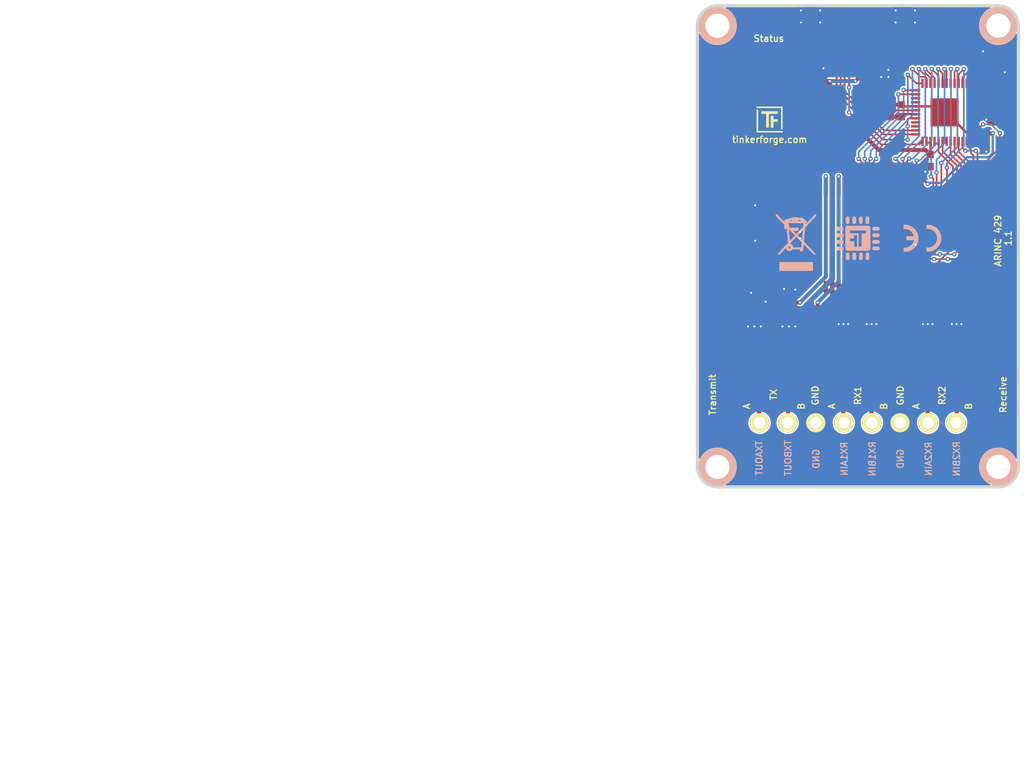
<source format=kicad_pcb>
(kicad_pcb (version 20221018) (generator pcbnew)
  (title_block (title "Arinc293 Bricklet") (date "2020-06-26") (rev "1.0") (company "Tinkerforge GmbH") (comment 1 "Licensed under CERN OHL v.1.1") (comment 2 "Copyright (©) 2020, T.Schneidermann <tim@tinkerforge.com>"))
  (layers (0 "F.Cu" signal) (31 "B.Cu" signal) (34 "B.Paste" user) (35 "F.Paste" user) (36 "B.SilkS" user "B.Silkscreen") (37 "F.SilkS" user "F.Silkscreen") (38 "B.Mask" user) (39 "F.Mask" user) (44 "Edge.Cuts" user))
  (net 0 "")
  (net 1 "GND")
  (net 2 "VCC")
  (net 3 "Net-(C7-Pad1)")
  (net 4 "Net-(C8-Pad1)")
  (net 5 "Net-(C9-Pad1)")
  (net 6 "Net-(C13-Pad1)")
  (net 7 "Net-(C14-Pad1)")
  (net 8 "Net-(C14-Pad2)")
  (net 9 "Net-(C15-Pad1)")
  (net 10 "Net-(C16-Pad1)")
  (net 11 "Net-(C16-Pad2)")
  (net 12 "Net-(D1-Pad1)")
  (net 13 "Net-(D2-Pad1)")
  (net 14 "Net-(D3-Pad2)")
  (net 15 "Net-(D4-Pad1)")
  (net 16 "Net-(D5-Pad1)")
  (net 17 "Net-(D6-Pad1)")
  (net 18 "Net-(D7-Pad1)")
  (net 19 "Net-(P1-Pad1)")
  (net 20 "Net-(P1-Pad4)")
  (net 21 "Net-(P1-Pad5)")
  (net 22 "Net-(P1-Pad6)")
  (net 23 "Net-(P2-Pad2)")
  (net 24 "Net-(P3-Pad1)")
  (net 25 "Net-(P4-Pad2)")
  (net 26 "Net-(P4-Pad4)")
  (net 27 "Net-(P4-Pad1)")
  (net 28 "Net-(P4-Pad5)")
  (net 29 "Net-(P4-Pad7)")
  (net 30 "Net-(P4-Pad8)")
  (net 31 "Net-(R2-Pad1)")
  (net 32 "RESET")
  (net 33 "CLOCK")
  (net 34 "Net-(R3-Pad1)")
  (net 35 "S-MISO")
  (net 36 "S-MOSI")
  (net 37 "S-CLK")
  (net 38 "S-CS")
  (net 39 "Net-(RP2-Pad8)")
  (net 40 "Net-(RP2-Pad7)")
  (net 41 "Net-(RP2-Pad6)")
  (net 42 "Net-(RP2-Pad5)")
  (net 43 "MB2-1")
  (net 44 "MB1-3")
  (net 45 "MB1-2")
  (net 46 "MB1-1")
  (net 47 "MB2-2")
  (net 48 "MB2-3")
  (net 49 "R2INT")
  (net 50 "R2FLAG")
  (net 51 "Net-(RP3-Pad5)")
  (net 52 "Net-(RP3-Pad6)")
  (net 53 "Net-(RP3-Pad7)")
  (net 54 "Net-(RP3-Pad8)")
  (net 55 "R1INT")
  (net 56 "R1FLAG")
  (net 57 "TEMPY")
  (net 58 "TFULL")
  (net 59 "Net-(RP4-Pad5)")
  (net 60 "Net-(RP4-Pad6)")
  (net 61 "Net-(RP4-Pad7)")
  (net 62 "Net-(RP4-Pad8)")
  (net 63 "Net-(RP5-Pad8)")
  (net 64 "Net-(RP5-Pad7)")
  (net 65 "Net-(RP5-Pad6)")
  (net 66 "Net-(RP5-Pad5)")
  (net 67 "M-MISO")
  (net 68 "M-CLK")
  (net 69 "M-MOSI")
  (net 70 "M-CS")
  (net 71 "Net-(U1-Pad15)")
  (net 72 "Net-(U1-Pad16)")
  (net 73 "Net-(U1-Pad26)")
  (net 74 "Net-(U1-Pad28)")
  (net 75 "Net-(U1-Pad40)")
  (net 76 "Net-(U1-Pad43)")
  (net 77 "Net-(U1-Pad44)")
  (net 78 "Net-(U1-Pad45)")
  (net 79 "Net-(U1-Pad46)")
  (net 80 "Net-(U6-Pad34)")
  (net 81 "Net-(U6-Pad32)")
  (net 82 "Net-(U6-Pad30)")
  (net 83 "Net-(U6-Pad29)")
  (net 84 "Net-(U6-Pad8)")
  (net 85 "Net-(U6-Pad7)")
  (net 86 "Net-(U6-Pad4)")
  (net 87 "Net-(U6-Pad3)")
  (net 88 "Net-(U6-Pad1)")
  (net 89 "Net-(D8-Pad2)")
  (net 90 "Net-(D9-Pad2)")
  (net 91 "Net-(U1-Pad48)")
  (net 92 "TX_LED")
  (net 93 "RX_LED")
  (net 94 "Status_LED")
  (net 95 "Net-(U1-Pad21)")
  (net 96 "Net-(U1-Pad22)")
  (net 97 "Net-(U1-Pad31)")
  (footprint "kicad-libraries:C0805" (layer "F.Cu") (at 121.9 106.7 180)
    (fp_text reference "C1")
    (fp_text value "10uF")
  )
  (footprint "kicad-libraries:C0603F" (layer "F.Cu") (at 121.9 108.2 180)
    (fp_text reference "C2")
    (fp_text value "1uF")
  )
  (footprint "kicad-libraries:C0603F" (layer "F.Cu") (at 136 116.7 -90)
    (fp_text reference "C3")
    (fp_text value "100nF")
  )
  (footprint "kicad-libraries:C0603F" (layer "F.Cu") (at 125.4 113.1 90)
    (fp_text reference "C4")
    (fp_text value "100nF")
  )
  (footprint "kicad-libraries:C0603F" (layer "F.Cu") (at 129 119.3 -90)
    (fp_text reference "C5")
    (fp_text value "100nF")
  )
  (footprint "kicad-libraries:C0603F" (layer "F.Cu") (at 124 113.1 90)
    (fp_text reference "C6")
    (fp_text value "220nF")
  )
  (footprint "kicad-libraries:C0402F" (layer "F.Cu") (at 116.4 107.3 -90)
    (fp_text reference "C7")
    (fp_text value "220pF")
  )
  (footprint "kicad-libraries:C0603F" (layer "F.Cu") (at 137.5 114.5 180)
    (fp_text reference "C8")
    (fp_text value "10pF")
  )
  (footprint "kicad-libraries:C0603F" (layer "F.Cu") (at 137.5 109.1)
    (fp_text reference "C9")
    (fp_text value "10pF")
  )
  (footprint "kicad-libraries:SMB" (layer "F.Cu") (at 107.1 143.2 90)
    (fp_text reference "D1")
    (fp_text value "SMBJ-6.5CA")
  )
  (footprint "kicad-libraries:SMB" (layer "F.Cu") (at 111.4 143.2 90)
    (fp_text reference "D2")
    (fp_text value "SMBJ-6.5CA")
  )
  (footprint "kicad-libraries:D0603E" (layer "F.Cu") (at 108.9 102 90)
    (fp_text reference "D3")
    (fp_text value "blue")
  )
  (footprint "kicad-libraries:DO-214AC" (layer "F.Cu") (at 118.2 143.2 90)
    (fp_text reference "D4")
    (fp_text value "SMAJ-6.5CA")
  )
  (footprint "kicad-libraries:DO-214AC" (layer "F.Cu") (at 121.7 143.2 90)
    (fp_text reference "D5")
    (fp_text value "SMAJ-6.5CA")
  )
  (footprint "kicad-libraries:DO-214AC" (layer "F.Cu") (at 128.7 143.2 90)
    (fp_text reference "D6")
    (fp_text value "SMAJ-6.5CA")
  )
  (footprint "kicad-libraries:DO-214AC" (layer "F.Cu") (at 132.3 143.2 90)
    (fp_text reference "D7")
    (fp_text value "SMAJ-6.5CA")
  )
  (footprint "kicad-libraries:CON-SENSOR2" (layer "F.Cu") (at 120 100 180)
    (fp_text reference "P1")
    (fp_text value "CON-SENSOR2")
  )
  (footprint "kicad-libraries:SolderJumper" (layer "F.Cu") (at 135.6 106.65 -90)
    (fp_text reference "P2")
    (fp_text value "BOOT")
  )
  (footprint "kicad-libraries:DEBUG_PAD" (layer "F.Cu") (at 138.3 106.8)
    (fp_text reference "P3")
    (fp_text value "DEBUG")
  )
  (footprint "kicad-libraries:4X0402" (layer "F.Cu") (at 118.1 107.3 180)
    (fp_text reference "RP1")
    (fp_text value "82")
  )
  (footprint "kicad-libraries:DRILL_NP" (layer "F.Cu") (at 137.5 102.5)
    (fp_text reference "U2" hide)
    (fp_text value "DRILL" hide)
  )
  (footprint "kicad-libraries:DRILL_NP" (layer "F.Cu") (at 102.5 102.5)
    (fp_text reference "U3" hide)
    (fp_text value "DRILL" hide)
  )
  (footprint "kicad-libraries:DRILL_NP" (layer "F.Cu") (at 137.5 157.5)
    (fp_text reference "U4" hide)
    (fp_text value "DRILL" hide)
  )
  (footprint "kicad-libraries:DRILL_NP" (layer "F.Cu") (at 102.5 157.5)
    (fp_text reference "U5" hide)
    (fp_text value "DRILL" hide)
  )
  (footprint "kicad-libraries:CRYSTAL_3225" (layer "F.Cu") (at 137.5 111.8 -90)
    (fp_text reference "X1")
    (fp_text value "16MHz")
  )
  (footprint "kicad-libraries:OQ_8P" (layer "F.Cu") (at 120 152)
    (fp_text reference "P4")
    (fp_text value "IND 8Pol")
  )
  (footprint "kicad-libraries:R0805E" (layer "F.Cu") (at 132.3 148.6 90)
    (fp_text reference "R4")
    (fp_text value "40,2k")
  )
  (footprint "kicad-libraries:R0805E" (layer "F.Cu") (at 128.7 148.6 90)
    (fp_text reference "R5")
    (fp_text value "40,2k")
  )
  (footprint "kicad-libraries:R0805E" (layer "F.Cu") (at 121.7 148.6 90)
    (fp_text reference "R6")
    (fp_text value "40,2k")
  )
  (footprint "kicad-libraries:R0805E" (layer "F.Cu") (at 118.2 148.6 90)
    (fp_text reference "R7")
    (fp_text value "40,2k")
  )
  (footprint "kicad-libraries:R0805E" (layer "F.Cu") (at 111.3 148.5 90)
    (fp_text reference "R8")
    (fp_text value "31,6")
  )
  (footprint "kicad-libraries:R0805E" (layer "F.Cu") (at 107.7 148.5 90)
    (fp_text reference "R9")
    (fp_text value "31,6")
  )
  (footprint "kicad-libraries:4X0402" (layer "F.Cu") (at 125.9 120.6 180)
    (fp_text reference "RP3")
    (fp_text value "100")
  )
  (footprint "kicad-libraries:4X0402" (layer "F.Cu") (at 121.2 120.6 180)
    (fp_text reference "RP4")
    (fp_text value "100")
  )
  (footprint "kicad-libraries:C1206E" (layer "F.Cu") (at 109.7 124.9 180)
    (fp_text reference "C13")
    (fp_text value "47uF/10V")
  )
  (footprint "kicad-libraries:C0603F" (layer "F.Cu") (at 112.2 133.8 90)
    (fp_text reference "C12")
    (fp_text value "100nF")
  )
  (footprint "kicad-libraries:PQFP-44_10x10mm" (layer "F.Cu") (at 120 129 90)
    (fp_text reference "U6")
    (fp_text value "HI-3593PQIF")
  )
  (footprint "kicad-libraries:QFN48-EP2" (layer "F.Cu") (at 130.8 113.3 180)
    (fp_text reference "U1")
    (fp_text value "XMC1404")
  )
  (footprint "kicad-libraries:C1206E" (layer "F.Cu") (at 109.7 129.3 180)
    (fp_text reference "C15")
    (fp_text value "47uF/10V")
  )
  (footprint "kicad-libraries:C0603F" (layer "F.Cu") (at 110.8 133.8 90)
    (fp_text reference "C11")
    (fp_text value "10nF")
  )
  (footprint "kicad-libraries:0805E" (layer "F.Cu") (at 110.3 127.2)
    (fp_text reference "C14")
    (fp_text value "2,2uF/16V")
  )
  (footprint "kicad-libraries:R0603F" (layer "F.Cu") (at 126.3 136.9)
    (fp_text reference "R2")
    (fp_text value "100")
  )
  (footprint "kicad-libraries:R0603F" (layer "F.Cu") (at 126.3 135.6)
    (fp_text reference "R3")
    (fp_text value "100")
  )
  (footprint "kicad-libraries:0603F" (layer "F.Cu") (at 110.5 131.3)
    (fp_text reference "C16")
    (fp_text value "470nF/16V")
  )
  (footprint "kicad-libraries:4X0402" (layer "F.Cu") (at 128.2 127.8 90)
    (fp_text reference "RP2")
    (fp_text value "100")
  )
  (footprint "kicad-libraries:4X0402" (layer "F.Cu") (at 128.2 131.8 90)
    (fp_text reference "RP5")
    (fp_text value "100")
  )
  (footprint "kicad-libraries:3528-21" (layer "F.Cu") (at 108.5 134.4 -90)
    (fp_text reference "C10")
    (fp_text value "47uF")
  )
  (footprint "kicad-libraries:D0603E" (layer "F.Cu") (at 136.7 148.5 90)
    (fp_text reference "D8")
    (fp_text value "blue")
  )
  (footprint "kicad-libraries:D0603E" (layer "F.Cu") (at 103.4 148.5 90)
    (fp_text reference "D9")
    (fp_text value "blue")
  )
  (footprint "kicad-libraries:R0603F" (layer "F.Cu") (at 136.7 145.4 -90)
    (fp_text reference "R1")
    (fp_text value "1k")
  )
  (footprint "kicad-libraries:R0603F" (layer "F.Cu") (at 103.4 145.4 -90)
    (fp_text reference "R10")
    (fp_text value "1k")
  )
  (footprint "kicad-libraries:R0603F" (layer "F.Cu") (at 110.3 102 90)
    (fp_text reference "R11")
    (fp_text value "1k")
  )
  (footprint "kicad-libraries:Logo_31x31" (layer "F.Cu") (at 109 114.2)
    (fp_text reference "G***" hide)
    (fp_text value "LOGO" hide)
  )
  (footprint "kicad-libraries:Fiducial_Mark" (layer "F.Cu") (at 104 109)
    (fp_text reference "Fiducial_Mark" hide)
    (fp_text value "VAL**" hide)
  )
  (footprint "kicad-libraries:Fiducial_Mark" (layer "F.Cu") (at 133 103)
    (fp_text reference "Fiducial_Mark" hide)
    (fp_text value "VAL**" hide)
  )
  (footprint "kicad-libraries:Fiducial_Mark" (layer "F.Cu") (at 102 142)
    (fp_text reference "Fiducial_Mark" hide)
    (fp_text value "VAL**" hide)
  )
  (footprint "kicad-libraries:Fiducial_Mark" (layer "F.Cu") (at 138 153)
    (fp_text reference "Fiducial_Mark" hide)
    (fp_text value "VAL**" hide)
  )
  (footprint "kicad-libraries:Logo_CoMCU" (layer "B.Cu") (at 120 129 180)
    (fp_text reference "G***" hide)
    (fp_text value "LOGO" hide)
  )
  (footprint "kicad-libraries:CE_5mm" (layer "B.Cu") (at 128 129 180)
    (fp_text reference "VAL" hide)
    (fp_text value "CE_5mm" hide)
  )
  (footprint "kicad-libraries:WEEE_7mm" (layer "B.Cu") (at 112.3 129.5 180)
    (fp_text reference "VAL" hide)
    (fp_text value "WEEE_7mm" hide)
  )
  (gr_arc (start 100 102.5) (mid 100.732233 100.732233) (end 102.5 100) (stroke (width 0.381)) (layer "Edge.Cuts"))
  (gr_line (start 100 102.5) (end 100 157.5) (stroke (width 0.381)) (layer "Edge.Cuts"))
  (gr_line (start 137.5 100) (end 102.5 100) (stroke (width 0.381)) (layer "Edge.Cuts"))
  (gr_arc (start 102.5 160) (mid 100.732233 159.267767) (end 100 157.5) (stroke (width 0.381)) (layer "Edge.Cuts"))
  (gr_arc (start 140 157.5) (mid 139.267767 159.267767) (end 137.5 160) (stroke (width 0.381)) (layer "Edge.Cuts"))
  (gr_arc (start 137.5 100) (mid 139.267767 100.732233) (end 140 102.5) (stroke (width 0.381)) (layer "Edge.Cuts"))
  (gr_line (start 102.5 160) (end 137.5 160) (stroke (width 0.381)) (layer "Edge.Cuts"))
  (gr_line (start 140 157.5) (end 140 102.5) (stroke (width 0.381)) (layer "Edge.Cuts"))
  (gr_text "TXBOUT" (at 111.3 156.4 90) (layer "B.SilkS") (effects (font (size 0.8 0.8)) (justify mirror)))
  (gr_text "GND" (at 114.8 156.5 90) (layer "B.SilkS") (effects (font (size 0.8 0.8)) (justify mirror)))
  (gr_text "GND" (at 125.3 156.5 90) (layer "B.SilkS") (effects (font (size 0.8 0.8)) (justify mirror)))
  (gr_text "RX2BIN" (at 132.3 156.5 90) (layer "B.SilkS") (effects (font (size 0.8 0.8)) (justify mirror)))
  (gr_text "RX1BIN" (at 121.8 156.5 90) (layer "B.SilkS") (effects (font (size 0.8 0.8)) (justify mirror)))
  (gr_text "RX1AIN" (at 118.3 156.5 90) (layer "B.SilkS") (effects (font (size 0.8 0.8)) (justify mirror)))
  (gr_text "RX2AIN" (at 128.8 156.5 90) (layer "B.SilkS") (effects (font (size 0.8 0.8)) (justify mirror)))
  (gr_text "TXAOUT\n" (at 107.7 156.4 90) (layer "B.SilkS") (effects (font (size 0.8 0.8)) (justify mirror)))
  (gr_text "Receive" (at 138.1 148.5 90) (layer "F.SilkS") (effects (font (size 0.8 0.8))))
  (gr_text "GND" (at 125.3 148.6 90) (layer "F.SilkS") (effects (font (size 0.8 0.8))))
  (gr_text "B" (at 112.95 149.95 90) (layer "F.SilkS") (effects (font (size 0.8 0.8))))
  (gr_text "A" (at 106.15 149.95 90) (layer "F.SilkS") (effects (font (size 0.8 0.8))))
  (gr_text "A" (at 116.75 149.95 90) (layer "F.SilkS") (effects (font (size 0.8 0.8))))
  (gr_text "B" (at 123.25 149.95 90) (layer "F.SilkS") (effects (font (size 0.8 0.8))))
  (gr_text "A" (at 127.25 149.95 90) (layer "F.SilkS") (effects (font (size 0.8 0.8))))
  (gr_text "B" (at 133.8 149.95 90) (layer "F.SilkS") (effects (font (size 0.8 0.8))))
  (gr_text "Status" (at 108.9 104.1) (layer "F.SilkS") (effects (font (size 0.8 0.8))))
  (gr_text "TX" (at 109.5 148.5 90) (layer "F.SilkS") (effects (font (size 0.8 0.8))))
  (gr_text "ARINC 429 \n1.1" (at 138.1 129 90) (layer "F.SilkS") (effects (font (size 0.8 0.8))))
  (gr_text "tinkerforge.com" (at 109 116.7) (layer "F.SilkS") (effects (font (size 0.8 0.8))))
  (gr_text "GND" (at 114.7 148.6 90) (layer "F.SilkS") (effects (font (size 0.8 0.8))))
  (gr_text "RX2" (at 130.5 148.6 90) (layer "F.SilkS") (effects (font (size 0.8 0.8))))
  (gr_text "RX1" (at 120 148.6 90) (layer "F.SilkS") (effects (font (size 0.8 0.8))))
  (gr_text "Transmit" (at 101.9 148.5 90) (layer "F.SilkS") (effects (font (size 0.8 0.8))))
  (segment (start 107.1 140) (end 106.3 140) (width 0.5) (layer "F.Cu") (net 1))
  (segment (start 112.2 140.29) (end 111.4 141.09) (width 0.5) (layer "F.Cu") (net 1))
  (segment (start 111.4 140.8) (end 110.6 140) (width 0.5) (layer "F.Cu") (net 1))
  (segment (start 110.6 140.29) (end 111.4 141.09) (width 0.5) (layer "F.Cu") (net 1))
  (segment (start 111.6 140) (end 111.3 140.3) (width 0.5) (layer "F.Cu") (net 1))
  (segment (start 111.4 141.09) (end 111.4 140.8) (width 0.5) (layer "F.Cu") (net 1))
  (segment (start 112.2 140) (end 111.4 140) (width 0.5) (layer "F.Cu") (net 1))
  (segment (start 111.4 140) (end 110.6 140) (width 0.5) (layer "F.Cu") (net 1))
  (segment (start 112.2 140) (end 112.2 140.29) (width 0.5) (layer "F.Cu") (net 1))
  (segment (start 111.4 140.8) (end 112.2 140) (width 0.5) (layer "F.Cu") (net 1))
  (segment (start 112.2 140) (end 111.6 140) (width 0.5) (layer "F.Cu") (net 1))
  (segment (start 110.6 140) (end 110.6 140.29) (width 0.5) (layer "F.Cu") (net 1))
  (segment (start 132.3 140.3) (end 132.9 139.7) (width 0.5) (layer "F.Cu") (net 1))
  (segment (start 132.3 141.00036) (end 132.3 140.3) (width 0.5) (layer "F.Cu") (net 1))
  (segment (start 131.7 139.7) (end 132.3 139.7) (width 0.5) (layer "F.Cu") (net 1))
  (segment (start 132.9 140.40036) (end 132.3 141.00036) (width 0.5) (layer "F.Cu") (net 1))
  (segment (start 131.7 139.7) (end 131.7 140.40036) (width 0.5) (layer "F.Cu") (net 1))
  (segment (start 132.3 140.3) (end 131.7 139.7) (width 0.5) (layer "F.Cu") (net 1))
  (segment (start 131.7 140.40036) (end 132.3 141.00036) (width 0.5) (layer "F.Cu") (net 1))
  (segment (start 132.9 139.7) (end 132.9 140.40036) (width 0.5) (layer "F.Cu") (net 1))
  (segment (start 122.65 109.25) (end 122.65 111.85) (width 0.5) (layer "F.Cu") (net 1))
  (segment (start 118.2 139.7) (end 118.8 139.7) (width 0.5) (layer "F.Cu") (net 1))
  (segment (start 121.7 139.7) (end 122.3 139.7) (width 0.5) (layer "F.Cu") (net 1))
  (segment (start 128.7 139.7) (end 129.3 139.7) (width 0.5) (layer "F.Cu") (net 1))
  (segment (start 132.3 139.7) (end 132.9 139.7) (width 0.5) (layer "F.Cu") (net 1))
  (segment (start 107.9 140) (end 107.3 140) (width 0.5) (layer "F.Cu") (net 1))
  (segment (start 128.7 140.3) (end 129.3 139.7) (width 0.5) (layer "F.Cu") (net 1))
  (segment (start 108.5 135.80048) (end 106.70051 135.80048) (width 0.5) (layer "F.Cu") (net 1))
  (segment (start 138.3001 109.1501) (end 138.25 109.1) (width 0.5) (layer "F.Cu") (net 1))
  (segment (start 118.2 141.00036) (end 118.2 140.3) (width 0.5) (layer "F.Cu") (net 1))
  (segment (start 124 112.35) (end 125.4 112.35) (width 0.5) (layer "F.Cu") (net 1))
  (segment (start 122.65 108.2) (end 122.65 109.25) (width 0.5) (layer "F.Cu") (net 1))
  (segment (start 108.5 135.80048) (end 108.5 136.9) (width 0.5) (layer "F.Cu") (net 1))
  (segment (start 128.1 139.7) (end 128.1 140.40036) (width 0.5) (layer "F.Cu") (net 1))
  (segment (start 107.1 141.09) (end 107.1 140.8) (width 0.5) (layer "F.Cu") (net 1))
  (segment (start 135.325 106.15) (end 135.6 106.15) (width 0.2) (layer "F.Cu") (net 1))
  (segment (start 129.3 139.7) (end 129.3 140.40036) (width 0.5) (layer "F.Cu") (net 1))
  (segment (start 121.1 139.7) (end 121.1 140.40036) (width 0.5) (layer "F.Cu") (net 1))
  (segment (start 128.1 139.7) (end 128.7 139.7) (width 0.5) (layer "F.Cu") (net 1))
  (segment (start 125.6007 112.5507) (end 127.18812 112.5507) (width 0.3) (layer "F.Cu") (net 1))
  (segment (start 130.88575 113.3) (end 130.8 113.3) (width 0.2) (layer "F.Cu") (net 1))
  (segment (start 127.18812 112.5507) (end 130.0507 112.5507) (width 0.3) (layer "F.Cu") (net 1))
  (segment (start 117.6 139.7) (end 118.2 139.7) (width 0.5) (layer "F.Cu") (net 1))
  (segment (start 117.6 139.7) (end 117.6 140.40036) (width 0.5) (layer "F.Cu") (net 1))
  (segment (start 135.45 117.45) (end 135.250999 117.250999) (width 0.3) (layer "F.Cu") (net 1))
  (segment (start 125.4 112.35) (end 125.6007 112.5507) (width 0.2) (layer "F.Cu") (net 1))
  (segment (start 117.6 140.40036) (end 118.2 141.00036) (width 0.5) (layer "F.Cu") (net 1))
  (segment (start 126.05 129.8) (end 127.2 129.8) (width 0.5) (layer "F.Cu") (net 1))
  (segment (start 110.45 134.55) (end 109.19952 135.80048) (width 0.5) (layer "F.Cu") (net 1))
  (segment (start 128.1 140.40036) (end 128.7 141.00036) (width 0.5) (layer "F.Cu") (net 1))
  (segment (start 108.3 129.3) (end 107.2 129.3) (width 0.5) (layer "F.Cu") (net 1))
  (segment (start 136 117.45) (end 136 118.2) (width 0.5) (layer "F.Cu") (net 1))
  (segment (start 129.3 140.40036) (end 128.7 141.00036) (width 0.5) (layer "F.Cu") (net 1))
  (segment (start 108.3 124.9) (end 107.2 124.9) (width 0.5) (layer "F.Cu") (net 1))
  (segment (start 131 113.3) (end 130.8 113.3) (width 0.3) (layer "F.Cu") (net 1))
  (segment (start 122.3 139.7) (end 122.3 140.40036) (width 0.5) (layer "F.Cu") (net 1))
  (segment (start 129 120.1) (end 128.4 120.7) (width 0.5) (layer "F.Cu") (net 1))
  (segment (start 136 117.45) (end 135.45 117.45) (width 0.3) (layer "F.Cu") (net 1))
  (segment (start 135.05 106.425) (end 135.325 106.15) (width 0.2) (layer "F.Cu") (net 1))
  (segment (start 109.19952 135.80048) (end 108.5 135.80048) (width 0.5) (layer "F.Cu") (net 1))
  (segment (start 107.9 140.29) (end 107.1 141.09) (width 0.5) (layer "F.Cu") (net 1))
  (segment (start 116.4 107.8) (end 115.7 107.8) (width 0.5) (layer "F.Cu") (net 1))
  (segment (start 112.2 134.55) (end 110.8 134.55) (width 0.5) (layer "F.Cu") (net 1))
  (segment (start 110.8 134.55) (end 110.45 134.55) (width 0.5) (layer "F.Cu") (net 1))
  (segment (start 121.7 140.3) (end 121.1 139.7) (width 0.5) (layer "F.Cu") (net 1))
  (segment (start 135.6 106.15) (end 135.875 106.15) (width 0.2) (layer "F.Cu") (net 1))
  (segment (start 122.5 106.29924) (end 122.90076 106.7) (width 0.5) (layer "F.Cu") (net 1))
  (segment (start 122.65 111.85) (end 123.15 112.35) (width 0.5) (layer "F.Cu") (net 1))
  (segment (start 135.250999 117.250999) (end 135.250999 116.350999) (width 0.3) (layer "F.Cu") (net 1))
  (segment (start 112.2 134.55) (end 112.2 135.4) (width 0.5) (layer "F.Cu") (net 1))
  (segment (start 138.25 108.35) (end 138.3 108.3) (width 0.2) (layer "F.Cu") (net 1))
  (segment (start 135.250999 116.350999) (end 134.94828 116.04828) (width 0.3) (layer "F.Cu") (net 1))
  (segment (start 138.3001 110.70018) (end 138.3001 109.1501) (width 0.5) (layer "F.Cu") (net 1))
  (segment (start 136.6999 114.4499) (end 136.75 114.5) (width 0.5) (layer "F.Cu") (net 1))
  (segment (start 122.5 104.6) (end 122.5 106.29924) (width 0.5) (layer "F.Cu") (net 1))
  (segment (start 135.6 106.15) (end 135.6 105.7) (width 0.2) (layer "F.Cu") (net 1))
  (segment (start 118.2 140.3) (end 118.8 139.7) (width 0.5) (layer "F.Cu") (net 1))
  (segment (start 107.9 140) (end 107.9 140.29) (width 0.5) (layer "F.Cu") (net 1))
  (segment (start 128.7 141.00036) (end 128.7 140.3) (width 0.5) (layer "F.Cu") (net 1))
  (segment (start 134.40934 116.04828) (end 134.399899 116.038839) (width 0.3) (layer "F.Cu") (net 1))
  (segment (start 121.7 141.00036) (end 121.7 140.3) (width 0.5) (layer "F.Cu") (net 1))
  (segment (start 133.738839 116.038839) (end 131 113.3) (width 0.3) (layer "F.Cu") (net 1))
  (segment (start 125.3 100.6) (end 125.9 101.2) (width 0.2) (layer "F.Cu") (net 1))
  (segment (start 106.3 140) (end 106.3 140.29) (width 0.5) (layer "F.Cu") (net 1))
  (segment (start 110.8 134.55) (end 110.8 135.3) (width 0.5) (layer "F.Cu") (net 1))
  (segment (start 134.399899 116.038839) (end 133.738839 116.038839) (width 0.3) (layer "F.Cu") (net 1))
  (segment (start 123.15 112.35) (end 124 112.35) (width 0.5) (layer "F.Cu") (net 1))
  (segment (start 128.7 140.3) (end 128.1 139.7) (width 0.5) (layer "F.Cu") (net 1))
  (segment (start 134.94828 116.04828) (end 134.40934 116.04828) (width 0.3) (layer "F.Cu") (net 1))
  (segment (start 106.3 140.29) (end 107.1 141.09) (width 0.5) (layer "F.Cu") (net 1))
  (segment (start 121.1 139.7) (end 121.7 139.7) (width 0.5) (layer "F.Cu") (net 1))
  (segment (start 107.3 140) (end 107 140.3) (width 0.5) (layer "F.Cu") (net 1))
  (segment (start 118.8 139.7) (end 118.8 140.40036) (width 0.5) (layer "F.Cu") (net 1))
  (segment (start 136.75 114.5) (end 136.3 114.5) (width 0.2) (layer "F.Cu") (net 1))
  (segment (start 135.65 117.45) (end 136 117.45) (width 0.2) (layer "F.Cu") (net 1))
  (segment (start 121.7 140.3) (end 122.3 139.7) (width 0.5) (layer "F.Cu") (net 1))
  (segment (start 113.95 128.2) (end 112.8 128.2) (width 0.5) (layer "F.Cu") (net 1))
  (segment (start 118.2 140.3) (end 117.6 139.7) (width 0.5) (layer "F.Cu") (net 1))
  (segment (start 122.3 140.40036) (end 121.7 141.00036) (width 0.5) (layer "F.Cu") (net 1))
  (segment (start 136.6999 112.89982) (end 136.6999 114.4499) (width 0.5) (layer "F.Cu") (net 1))
  (segment (start 135.875 106.15) (end 136.15 106.425) (width 0.2) (layer "F.Cu") (net 1))
  (segment (start 107.9 140) (end 107.1 140) (width 0.5) (layer "F.Cu") (net 1))
  (segment (start 136.3 114.5) (end 136 114.2) (width 0.5) (layer "F.Cu") (net 1))
  (segment (start 129 120.05) (end 129 120.1) (width 0.2) (layer "F.Cu") (net 1))
  (segment (start 138.25 109.1) (end 138.25 108.35) (width 0.5) (layer "F.Cu") (net 1))
  (segment (start 107.1 140.8) (end 107.9 140) (width 0.5) (layer "F.Cu") (net 1))
  (segment (start 107.1 140.8) (end 106.3 140) (width 0.5) (layer "F.Cu") (net 1))
  (segment (start 118.8 140.40036) (end 118.2 141.00036) (width 0.5) (layer "F.Cu") (net 1))
  (segment (start 130.0507 112.5507) (end 130.8 113.3) (width 0.3) (layer "F.Cu") (net 1))
  (segment (start 124.7 100.6) (end 125.3 100.6) (width 0.2) (layer "F.Cu") (net 1))
  (segment (start 121.1 140.40036) (end 121.7 141.00036) (width 0.5) (layer "F.Cu") (net 1))
  (segment (start 122.90076 107.94924) (end 122.65 108.2) (width 0.5) (layer "F.Cu") (net 1))
  (segment (start 122.90076 106.7) (end 122.90076 107.94924) (width 0.5) (layer "F.Cu") (net 1))
  (segment (start 113.95 129) (end 112.8 129) (width 0.5) (layer "F.Cu") (net 1))
  (via (at 112.2 140) (size 0.55) (drill 0.25) (layers "F.Cu" "B.Cu") (net 1))
  (via (at 110.6 140) (size 0.55) (drill 0.25) (layers "F.Cu" "B.Cu") (net 1))
  (via (at 111.4 140) (size 0.55) (drill 0.25) (layers "F.Cu" "B.Cu") (net 1))
  (via (at 132.9 139.7) (size 0.55) (drill 0.25) (layers "F.Cu" "B.Cu") (net 1))
  (via (at 131.7 139.7) (size 0.55) (drill 0.25) (layers "F.Cu" "B.Cu") (net 1))
  (via (at 124.7 102.1) (size 0.55) (drill 0.25) (layers "F.Cu" "B.Cu") (net 1))
  (via (at 127.1 100.6) (size 0.55) (drill 0.25) (layers "F.Cu" "B.Cu") (net 1))
  (via (at 124.7 100.6) (size 0.55) (drill 0.25) (layers "F.Cu" "B.Cu") (net 1))
  (via (at 127.1 102.1) (size 0.55) (drill 0.25) (layers "F.Cu" "B.Cu") (net 1))
  (via (at 112.2 135.4) (size 0.55) (drill 0.25) (layers "F.Cu" "B.Cu") (net 1))
  (via (at 123.8 108.9) (size 0.55) (drill 0.25) (layers "F.Cu" "B.Cu") (net 1))
  (via (at 112.8 128.2) (size 0.55) (drill 0.25) (layers "F.Cu" "B.Cu") (net 1))
  (via (at 115.3 100.6) (size 0.55) (drill 0.25) (layers "F.Cu" "B.Cu") (net 1))
  (via (at 107.2 124.9) (size 0.55) (drill 0.25) (layers "F.Cu" "B.Cu") (net 1))
  (via (at 108.5 136.9) (size 0.55) (drill 0.25) (layers "F.Cu" "B.Cu") (net 1))
  (via (at 136 114.2) (size 0.55) (drill 0.25) (layers "F.Cu" "B.Cu") (net 1))
  (via (at 138.3 108.3) (size 0.55) (drill 0.25) (layers "F.Cu" "B.Cu") (net 1))
  (via (at 112.9 102.1) (size 0.55) (drill 0.25) (layers "F.Cu" "B.Cu") (net 1))
  (via (at 128.4 120.7) (size 0.55) (drill 0.25) (layers "F.Cu" "B.Cu") (net 1))
  (via (at 128.7 139.7) (size 0.55) (drill 0.25) (layers "F.Cu" "B.Cu") (net 1))
  (via (at 118.2 139.7) (size 0.55) (drill 0.25) (layers "F.Cu" "B.Cu") (net 1))
  (via (at 136 118.2) (size 0.55) (drill 0.25) (layers "F.Cu" "B.Cu") (net 1))
  (via (at 121.7 139.7) (size 0.55) (drill 0.25) (layers "F.Cu" "B.Cu") (net 1))
  (via (at 127.2 129.8) (size 0.55) (drill 0.25) (layers "F.Cu" "B.Cu") (net 1))
  (via (at 122.3 139.7) (size 0.55) (drill 0.25) (layers "F.Cu" "B.Cu") (net 1))
  (via (at 106.3 140) (size 0.55) (drill 0.25) (layers "F.Cu" "B.Cu") (net 1))
  (via (at 117.6 139.7) (size 0.55) (drill 0.25) (layers "F.Cu" "B.Cu") (net 1))
  (via (at 132.3 139.7) (size 0.55) (drill 0.25) (layers "F.Cu" "B.Cu") (net 1))
  (via (at 118.8 139.7) (size 0.55) (drill 0.25) (layers "F.Cu" "B.Cu") (net 1))
  (via (at 122.9 108.9) (size 0.55) (drill 0.25) (layers "F.Cu" "B.Cu") (net 1))
  (via (at 128.1 139.7) (size 0.55) (drill 0.25) (layers "F.Cu" "B.Cu") (net 1))
  (via (at 106.70051 135.80048) (size 0.55) (drill 0.25) (layers "F.Cu" "B.Cu") (net 1))
  (via (at 107.2 129.3) (size 0.55) (drill 0.25) (layers "F.Cu" "B.Cu") (net 1))
  (via (at 110.8 135.3) (size 0.55) (drill 0.25) (layers "F.Cu" "B.Cu") (net 1))
  (via (at 123.8 108) (size 0.55) (drill 0.25) (layers "F.Cu" "B.Cu") (net 1))
  (via (at 112.9 100.6) (size 0.55) (drill 0.25) (layers "F.Cu" "B.Cu") (net 1))
  (via (at 115.3 102.1) (size 0.55) (drill 0.25) (layers "F.Cu" "B.Cu") (net 1))
  (via (at 135.6 105.7) (size 0.55) (drill 0.25) (layers "F.Cu" "B.Cu") (net 1))
  (via (at 107.9 140) (size 0.55) (drill 0.25) (layers "F.Cu" "B.Cu") (net 1))
  (via (at 107.1 140) (size 0.55) (drill 0.25) (layers "F.Cu" "B.Cu") (net 1))
  (via (at 112.8 129) (size 0.55) (drill 0.25) (layers "F.Cu" "B.Cu") (net 1))
  (via (at 129.3 139.7) (size 0.55) (drill 0.25) (layers "F.Cu" "B.Cu") (net 1))
  (via (at 115.7 107.8) (size 0.55) (drill 0.25) (layers "F.Cu" "B.Cu") (net 1))
  (via (at 121.1 139.7) (size 0.55) (drill 0.25) (layers "F.Cu" "B.Cu") (net 1))
  (segment (start 108.5 132.99952) (end 112.14952 132.99952) (width 0.5) (layer "F.Cu") (net 2))
  (segment (start 120.9 108.2) (end 119.7 109.4) (width 0.5) (layer "F.Cu") (net 2))
  (segment (start 127.825998 121.325998) (end 128.7 122.2) (width 0.3) (layer "F.Cu") (net 2))
  (segment (start 125.724699 113.525301) (end 127.164501 113.525301) (width 0.3) (layer "F.Cu") (net 2))
  (segment (start 113.95 132.65) (end 113.05 132.65) (width 0.5) (layer "F.Cu") (net 2))
  (segment (start 120.89924 106.7) (end 120.89924 107.94924) (width 0.5) (layer "F.Cu") (net 2))
  (segment (start 125.4 113.85) (end 125.724699 113.525301) (width 0.2) (layer "F.Cu") (net 2))
  (segment (start 116.5 109.4) (end 114.75 111.15) (width 0.5) (layer "F.Cu") (net 2))
  (segment (start 106.7 154.3) (end 132.7 154.3) (width 0.5) (layer "F.Cu") (net 2))
  (segment (start 112.825 132.425) (end 112.2 133.05) (width 0.5) (layer "F.Cu") (net 2))
  (segment (start 124 113.85) (end 125.4 113.85) (width 0.5) (layer "F.Cu") (net 2))
  (segment (start 105 148.5) (end 104.1499 149.3501) (width 0.5) (layer "F.Cu") (net 2))
  (segment (start 121.25 104.6) (end 121.25 106.34924) (width 0.5) (layer "F.Cu") (net 2))
  (segment (start 105 130.8) (end 105 148.1) (width 0.5) (layer "F.Cu") (net 2))
  (segment (start 128.45 118) (end 129 118.55) (width 0.5) (layer "F.Cu") (net 2))
  (segment (start 108.9 106.9) (end 111.4 109.4) (width 0.5) (layer "F.Cu") (net 2))
  (segment (start 108.9 102.8501) (end 108.9 106.9) (width 0.5) (layer "F.Cu") (net 2))
  (segment (start 124 113.85) (end 124.79892 113.05108) (width 0.2) (layer "F.Cu") (net 2))
  (segment (start 132.7 154.3) (end 136.7 150.3) (width 0.5) (layer "F.Cu") (net 2))
  (segment (start 105 131.7) (end 106.29952 132.99952) (width 0.5) (layer "F.Cu") (net 2))
  (segment (start 113.9 133.05) (end 113.95 133) (width 0.5) (layer "F.Cu") (net 2))
  (segment (start 112.2 133.05) (end 113.9 133.05) (width 0.5) (layer "F.Cu") (net 2))
  (segment (start 136 115.95) (end 136.75 115.95) (width 0.5) (layer "F.Cu") (net 2))
  (segment (start 120.89924 107.94924) (end 121.15 108.2) (width 0.5) (layer "F.Cu") (net 2))
  (segment (start 116.5 109.4) (end 116.5 111.9) (width 0.5) (layer "F.Cu") (net 2))
  (segment (start 121.15 108.2) (end 121.15 111.85) (width 0.5) (layer "F.Cu") (net 2))
  (segment (start 127.825998 119.724002) (end 127.825998 121.325998) (width 0.3) (layer "F.Cu") (net 2))
  (segment (start 129 118.55) (end 127.825998 119.724002) (width 0.3) (layer "F.Cu") (net 2))
  (segment (start 127.164501 113.525301) (end 127.18812 113.54892) (width 0.2) (layer "F.Cu") (net 2))
  (segment (start 104.1499 149.3501) (end 103.4 149.3501) (width 0.5) (layer "F.Cu") (net 2))
  (segment (start 113.95 132.65) (end 113.95 132.2) (width 0.5) (layer "F.Cu") (net 2))
  (segment (start 105 120.9) (end 105 130.8) (width 0.5) (layer "F.Cu") (net 2))
  (segment (start 136.7 150.3) (end 136.7 149.3501) (width 0.5) (layer "F.Cu") (net 2))
  (segment (start 105 130.8) (end 105 131.7) (width 0.5) (layer "F.Cu") (net 2))
  (segment (start 113.05 132.2) (end 112.825 132.425) (width 0.5) (layer "F.Cu") (net 2))
  (segment (start 106.29952 132.99952) (end 108.5 132.99952) (width 0.5) (layer "F.Cu") (net 2))
  (segment (start 105 148.1) (end 105 148.5) (width 0.5) (layer "F.Cu") (net 2))
  (segment (start 135.5979 115.5479) (end 134.41188 115.5479) (width 0.3) (layer "F.Cu") (net 2))
  (segment (start 105 148.1) (end 105 152.6) (width 0.5) (layer "F.Cu") (net 2))
  (segment (start 121.15 111.85) (end 123.15 113.85) (width 0.5) (layer "F.Cu") (net 2))
  (segment (start 113.95 133) (end 113.95 132.65) (width 0.5) (layer "F.Cu") (net 2))
  (segment (start 128.4 118) (end 128.45 118) (width 0.5) (layer "F.Cu") (net 2))
  (segment (start 116.5 111.9) (end 122.6 118) (width 0.5) (layer "F.Cu") (net 2))
  (segment (start 122.6 118) (end 128.4 118) (width 0.5) (layer "F.Cu") (net 2))
  (segment (start 113.95 132.2) (end 113.05 132.2) (width 0.5) (layer "F.Cu") (net 2))
  (segment (start 124.79892 113.05108) (end 127.18812 113.05108) (width 0.2) (layer "F.Cu") (net 2))
  (segment (start 136 115.95) (end 135.5979 115.5479) (width 0.2) (layer "F.Cu") (net 2))
  (segment (start 129 118.55) (end 129.05248 118.49752) (width 0.2) (layer "F.Cu") (net 2))
  (segment (start 112.2 133.05) (end 113.55 133.05) (width 0.5) (layer "F.Cu") (net 2))
  (segment (start 105 152.6) (end 106.7 154.3) (width 0.5) (layer "F.Cu") (net 2))
  (segment (start 123.15 113.85) (end 124 113.85) (width 0.5) (layer "F.Cu") (net 2))
  (segment (start 136.75 115.95) (end 136.8 115.9) (width 0.3) (layer "F.Cu") (net 2))
  (segment (start 129.05248 118.49752) (end 129.05248 116.91188) (width 0.3) (layer "F.Cu") (net 2))
  (segment (start 113.05 132.65) (end 112.825 132.425) (width 0.5) (layer "F.Cu") (net 2))
  (segment (start 115.65 110.25) (end 116.5 109.4) (width 0.5) (layer "F.Cu") (net 2))
  (segment (start 121.15 108.2) (end 120.9 108.2) (width 0.5) (layer "F.Cu") (net 2))
  (segment (start 112.14952 132.99952) (end 112.2 133.05) (width 0.5) (layer "F.Cu") (net 2))
  (segment (start 113.55 133.05) (end 113.95 132.65) (width 0.5) (layer "F.Cu") (net 2))
  (segment (start 111.4 109.4) (end 116.5 109.4) (width 0.5) (layer "F.Cu") (net 2))
  (segment (start 114.75 111.15) (end 105 120.9) (width 0.5) (layer "F.Cu") (net 2))
  (segment (start 121.25 106.34924) (end 120.89924 106.7) (width 0.5) (layer "F.Cu") (net 2))
  (via (at 128.7 122.2) (size 0.55) (drill 0.25) (layers "F.Cu" "B.Cu") (net 2))
  (via (at 136.8 115.9) (size 0.55) (drill 0.25) (layers "F.Cu" "B.Cu") (net 2))
  (via (at 119.7 109.4) (size 0.55) (drill 0.25) (layers "F.Cu" "B.Cu") (net 2))
  (via (at 116.5 109.4) (size 0.55) (drill 0.25) (layers "F.Cu" "B.Cu") (net 2))
  (segment (start 128.8 122.1) (end 130.4 122.1) (width 0.3) (layer "B.Cu") (net 2))
  (segment (start 128.7 122.2) (end 128.8 122.1) (width 0.3) (layer "B.Cu") (net 2))
  (segment (start 133.6 118.9) (end 136.3 118.9) (width 0.3) (layer "B.Cu") (net 2))
  (segment (start 119.7 109.4) (end 116.5 109.4) (width 0.5) (layer "B.Cu") (net 2))
  (segment (start 130.4 122.1) (end 133.6 118.9) (width 0.3) (layer "B.Cu") (net 2))
  (segment (start 136.8 118.4) (end 136.8 115.9) (width 0.3) (layer "B.Cu") (net 2))
  (segment (start 136.3 118.9) (end 136.8 118.4) (width 0.3) (layer "B.Cu") (net 2))
  (segment (start 117.2757 106.8) (end 117.3507 106.725) (width 0.2) (layer "F.Cu") (net 3))
  (segment (start 116.25 104.6) (end 116.25 106.65) (width 0.2) (layer "F.Cu") (net 3))
  (segment (start 116.25 106.65) (end 116.4 106.8) (width 0.2) (layer "F.Cu") (net 3))
  (segment (start 116.4 106.8) (end 117.2757 106.8) (width 0.2) (layer "F.Cu") (net 3))
  (segment (start 135.749011 113.486209) (end 135.749011 112.144645) (width 0.2) (layer "F.Cu") (net 4))
  (segment (start 138.3001 112.89982) (end 138.3001 114.4499) (width 0.2) (layer "F.Cu") (net 4))
  (segment (start 138.3001 114.4499) (end 138.25 114.5) (width 0.2) (layer "F.Cu") (net 4))
  (segment (start 138.3001 112.00005) (end 138.3001 112.89982) (width 0.2) (layer "F.Cu") (net 4))
  (segment (start 138.10005 111.8) (end 138.3001 112.00005) (width 0.2) (layer "F.Cu") (net 4))
  (segment (start 135.749011 112.144645) (end 136.093656 111.8) (width 0.2) (layer "F.Cu") (net 4))
  (segment (start 134.41188 114.0493) (end 135.18592 114.0493) (width 0.2) (layer "F.Cu") (net 4))
  (segment (start 136.093656 111.8) (end 138.10005 111.8) (width 0.2) (layer "F.Cu") (net 4))
  (segment (start 135.18592 114.0493) (end 135.749011 113.486209) (width 0.2) (layer "F.Cu") (net 4))
  (segment (start 136.6999 109.1501) (end 136.75 109.1) (width 0.2) (layer "F.Cu") (net 5))
  (segment (start 136.6999 110.70018) (end 136.6999 109.1501) (width 0.2) (layer "F.Cu") (net 5))
  (segment (start 134.41188 113.54892) (end 135.18592 113.54892) (width 0.2) (layer "F.Cu") (net 5))
  (segment (start 135.4 113.33484) (end 135.4 112.00008) (width 0.2) (layer "F.Cu") (net 5))
  (segment (start 135.18592 113.54892) (end 135.4 113.33484) (width 0.2) (layer "F.Cu") (net 5))
  (segment (start 135.4 112.00008) (end 136.6999 110.70018) (width 0.2) (layer "F.Cu") (net 5))
  (segment (start 111.8 125.6) (end 111.1 124.9) (width 0.2) (layer "F.Cu") (net 6))
  (segment (start 113.95 125.8) (end 112.405458 125.8) (width 0.5) (layer "F.Cu") (net 6))
  (segment (start 111.505458 124.9) (end 111.1 124.9) (width 0.5) (layer "F.Cu") (net 6))
  (segment (start 112.405458 125.8) (end 111.505458 124.9) (width 0.5) (layer "F.Cu") (net 6))
  (segment (start 113.95 126.6) (end 112.49975 126.6) (width 0.2) (layer "F.Cu") (net 7))
  (segment (start 112.099889 126.200139) (end 110.349861 126.200139) (width 0.2) (layer "F.Cu") (net 7))
  (segment (start 110.349861 126.200139) (end 109.35 127.2) (width 0.2) (layer "F.Cu") (net 7))
  (segment (start 112.49975 126.6) (end 112.099889 126.200139) (width 0.2) (layer "F.Cu") (net 7))
  (segment (start 113.95 127.4) (end 111.45 127.4) (width 0.5) (layer "F.Cu") (net 8))
  (segment (start 111.45 127.4) (end 111.25 127.2) (width 0.2) (layer "F.Cu") (net 8))
  (segment (start 111.6 129.8) (end 113.95 129.8) (width 0.5) (layer "F.Cu") (net 9))
  (segment (start 111.1 129.3) (end 111.6 129.8) (width 0.2) (layer "F.Cu") (net 9))
  (segment (start 109.75 131.3) (end 109.55 131.3) (width 0.2) (layer "F.Cu") (net 10))
  (segment (start 113.95 130.6) (end 110.45 130.6) (width 0.2) (layer "F.Cu") (net 10))
  (segment (start 110.45 130.6) (end 109.75 131.3) (width 0.2) (layer "F.Cu") (net 10))
  (segment (start 111.35 131.4) (end 111.25 131.3) (width 0.2) (layer "F.Cu") (net 11))
  (segment (start 111.25 131.3) (end 111.05 131.3) (width 0.2) (layer "F.Cu") (net 11))
  (segment (start 113.95 131.4) (end 111.35 131.4) (width 0.2) (layer "F.Cu") (net 11))
  (segment (start 107.7 147.55) (end 107.7 145.91) (width 0.5) (layer "F.Cu") (net 12))
  (segment (start 112.3 137) (end 112.8 137) (width 0.5) (layer "F.Cu") (net 12))
  (segment (start 109.2 140.1) (end 112.3 137) (width 0.5) (layer "F.Cu") (net 12))
  (segment (start 107.7 145.91) (end 107.1 145.31) (width 0.5) (layer "F.Cu") (net 12))
  (segment (start 109.2 143.21) (end 109.2 140.1) (width 0.5) (layer "F.Cu") (net 12))
  (segment (start 116 121.3) (end 116 122.95) (width 0.5) (layer "F.Cu") (net 12))
  (segment (start 107.1 145.31) (end 109.2 143.21) (width 0.5) (layer "F.Cu") (net 12))
  (via (at 116 121.3) (size 0.55) (drill 0.25) (layers "F.Cu" "B.Cu") (net 12))
  (via (at 112.8 137) (size 0.55) (drill 0.25) (layers "F.Cu" "B.Cu") (net 12))
  (segment (start 116 121.3) (end 116 133.8) (width 0.5) (layer "B.Cu") (net 12))
  (segment (start 116 133.8) (end 112.8 137) (width 0.5) (layer "B.Cu") (net 12))
  (segment (start 117.6 121.3) (end 117.6 122.95) (width 0.5) (layer "F.Cu") (net 13))
  (segment (start 111.4 144.2) (end 115 140.6) (width 0.5) (layer "F.Cu") (net 13))
  (segment (start 111.3 147.55) (end 111.3 145.41) (width 0.5) (layer "F.Cu") (net 13))
  (segment (start 115 140.6) (end 115 137) (width 0.5) (layer "F.Cu") (net 13))
  (segment (start 111.3 145.41) (end 111.4 145.31) (width 0.5) (layer "F.Cu") (net 13))
  (segment (start 111.4 145.31) (end 111.4 144.2) (width 0.5) (layer "F.Cu") (net 13))
  (via (at 115 137) (size 0.55) (drill 0.25) (layers "F.Cu" "B.Cu") (net 13))
  (via (at 117.6 121.3) (size 0.55) (drill 0.25) (layers "F.Cu" "B.Cu") (net 13))
  (segment (start 115 137) (end 117.6 134.4) (width 0.5) (layer "B.Cu") (net 13))
  (segment (start 117.6 134.4) (end 117.6 121.3) (width 0.5) (layer "B.Cu") (net 13))
  (segment (start 108.9 101.1499) (end 110.1999 101.1499) (width 0.5) (layer "F.Cu") (net 14))
  (segment (start 108.9999 101.1499) (end 109.1 101.25) (width 0.5) (layer "F.Cu") (net 14))
  (segment (start 116.8 143.99964) (end 118.2 145.39964) (width 0.5) (layer "F.Cu") (net 15))
  (segment (start 116.8 135.05) (end 116.8 143.99964) (width 0.5) (layer "F.Cu") (net 15))
  (segment (start 118.2 147.65) (end 118.2 145.39964) (width 0.5) (layer "F.Cu") (net 15))
  (segment (start 121.7 147.65) (end 121.7 145.39964) (width 0.5) (layer "F.Cu") (net 16))
  (segment (start 119.9 143.59964) (end 121.7 145.39964) (width 0.5) (layer "F.Cu") (net 16))
  (segment (start 119.2 135.05) (end 119.2 139) (width 0.5) (layer "F.Cu") (net 16))
  (segment (start 119.2 139) (end 119.9 139.7) (width 0.5) (layer "F.Cu") (net 16))
  (segment (start 119.9 139.7) (end 119.9 143.59964) (width 0.5) (layer "F.Cu") (net 16))
  (segment (start 120 135.05) (end 120 136.3) (width 0.5) (layer "F.Cu") (net 17))
  (segment (start 128.7 145) (end 128.7 145.39964) (width 0.5) (layer "F.Cu") (net 17))
  (segment (start 120 136.3) (end 128.7 145) (width 0.5) (layer "F.Cu") (net 17))
  (segment (start 128.7 147.65) (end 128.7 145.39964) (width 0.5) (layer "F.Cu") (net 17))
  (segment (start 124.7 138.6) (end 129.6 138.6) (width 0.5) (layer "F.Cu") (net 18))
  (segment (start 122.4 136.3) (end 124.7 138.6) (width 0.5) (layer "F.Cu") (net 18))
  (segment (start 129.6 138.6) (end 130.6 139.6) (width 0.5) (layer "F.Cu") (net 18))
  (segment (start 130.6 143.69964) (end 132.3 145.39964) (width 0.5) (layer "F.Cu") (net 18))
  (segment (start 132.3 147.65) (end 132.3 145.39964) (width 0.5) (layer "F.Cu") (net 18))
  (segment (start 122.4 135.05) (end 122.4 136.3) (width 0.5) (layer "F.Cu") (net 18))
  (segment (start 130.6 139.6) (end 130.6 143.69964) (width 0.5) (layer "F.Cu") (net 18))
  (segment (start 120 105.5743) (end 120 104.6) (width 0.2) (layer "F.Cu") (net 20))
  (segment (start 118.8493 106.725) (end 120 105.5743) (width 0.2) (layer "F.Cu") (net 20))
  (segment (start 118.34892 106.725) (end 118.34892 106.10108) (width 0.2) (layer "F.Cu") (net 21))
  (segment (start 118.75 105.7) (end 118.75 104.6) (width 0.2) (layer "F.Cu") (net 21))
  (segment (start 118.34892 106.10108) (end 118.75 105.7) (width 0.2) (layer "F.Cu") (net 21))
  (segment (start 117.85108 106.05108) (end 117.5 105.7) (width 0.2) (layer "F.Cu") (net 22))
  (segment (start 117.5 105.7) (end 117.5 104.6) (width 0.2) (layer "F.Cu") (net 22))
  (segment (start 117.85108 106.725) (end 117.85108 106.05108) (width 0.2) (layer "F.Cu") (net 22))
  (segment (start 135.6 107.6364) (end 133.54828 109.68812) (width 0.2) (layer "F.Cu") (net 23))
  (segment (start 135.6 106.8) (end 135.6 107.6364) (width 0.2) (layer "F.Cu") (net 23))
  (segment (start 135.6 110.63802) (end 135.6 108.650899) (width 0.2) (layer "F.Cu") (net 24))
  (segment (start 135.18592 111.0521) (end 135.6 110.63802) (width 0.2) (layer "F.Cu") (net 24))
  (segment (start 135.6 108.650899) (end 137.450899 106.8) (width 0.2) (layer "F.Cu") (net 24))
  (segment (start 137.450899 106.8) (end 138.3 106.8) (width 0.2) (layer "F.Cu") (net 24))
  (segment (start 134.41188 111.0521) (end 135.18592 111.0521) (width 0.2) (layer "F.Cu") (net 24))
  (segment (start 111.3 151.9497) (end 111.2497 152) (width 0.5) (layer "F.Cu") (net 25))
  (segment (start 111.3 149.45) (end 111.3 151.9497) (width 0.5) (layer "F.Cu") (net 25))
  (segment (start 118.2 151.95006) (end 118.24994 152) (width 0.5) (layer "F.Cu") (net 26))
  (segment (start 118.2 149.55) (end 118.2 151.95006) (width 0.5) (layer "F.Cu") (net 26))
  (segment (start 107.7 149.45) (end 107.7 151.95042) (width 0.5) (layer "F.Cu") (net 27))
  (segment (start 107.7 151.95042) (end 107.74958 152) (width 0.5) (layer "F.Cu") (net 27))
  (segment (start 121.7 149.55) (end 121.7 151.94994) (width 0.5) (layer "F.Cu") (net 28))
  (segment (start 121.7 151.94994) (end 121.75006 152) (width 0.5) (layer "F.Cu") (net 28))
  (segment (start 128.7 149.55) (end 128.7 151.9497) (width 0.5) (layer "F.Cu") (net 29))
  (segment (start 128.7 151.9497) (end 128.7503 152) (width 0.5) (layer "F.Cu") (net 29))
  (segment (start 132.3 149.55) (end 132.3 151.95042) (width 0.5) (layer "F.Cu") (net 30))
  (segment (start 132.3 151.95042) (end 132.25042 152) (width 0.5) (layer "F.Cu") (net 30))
  (segment (start 123.2 135.05) (end 123.2 136) (width 0.2) (layer "F.Cu") (net 31))
  (segment (start 124.1 136.9) (end 125.55 136.9) (width 0.2) (layer "F.Cu") (net 31))
  (segment (start 123.2 136) (end 124.1 136.9) (width 0.2) (layer "F.Cu") (net 31))
  (segment (start 134.4 133.2) (end 134.4 118.7) (width 0.2) (layer "F.Cu") (net 32))
  (segment (start 133.54828 117.44828) (end 133.54828 116.91188) (width 0.2) (layer "F.Cu") (net 32))
  (segment (start 127.05 136.9) (end 130.7 136.9) (width 0.2) (layer "F.Cu") (net 32))
  (segment (start 130.7 136.9) (end 134.4 133.2) (width 0.2) (layer "F.Cu") (net 32))
  (segment (start 134.1 118.4) (end 134.1 118) (width 0.2) (layer "F.Cu") (net 32))
  (segment (start 134.4 118.7) (end 134.1 118.4) (width 0.2) (layer "F.Cu") (net 32))
  (segment (start 134.1 118) (end 133.54828 117.44828) (width 0.2) (layer "F.Cu") (net 32))
  (segment (start 132.54752 118.18376) (end 133.850989 119.487229) (width 0.2) (layer "F.Cu") (net 33))
  (segment (start 133.850989 119.487229) (end 133.850989 132.649011) (width 0.2) (layer "F.Cu") (net 33))
  (segment (start 132.54752 116.91188) (end 132.54752 118.18376) (width 0.2) (layer "F.Cu") (net 33))
  (segment (start 133.850989 132.649011) (end 130.9 135.6) (width 0.2) (layer "F.Cu") (net 33))
  (segment (start 130.9 135.6) (end 127.05 135.6) (width 0.2) (layer "F.Cu") (net 33))
  (segment (start 125.25 135.9) (end 125.55 135.6) (width 0.2) (layer "F.Cu") (net 34))
  (segment (start 124 135.6) (end 124.3 135.9) (width 0.2) (layer "F.Cu") (net 34))
  (segment (start 124.3 135.9) (end 125.25 135.9) (width 0.2) (layer "F.Cu") (net 34))
  (segment (start 124 135.05) (end 124 135.6) (width 0.2) (layer "F.Cu") (net 34))
  (segment (start 117.3507 110.9507) (end 123.1 116.7) (width 0.2) (layer "F.Cu") (net 35))
  (segment (start 117.3507 107.875) (end 117.3507 110.9507) (width 0.2) (layer "F.Cu") (net 35))
  (segment (start 127.18812 114.0493) (end 126.31336 114.0493) (width 0.2) (layer "F.Cu") (net 35))
  (segment (start 126.19008 114.17258) (end 126.19008 115.031711) (width 0.2) (layer "F.Cu") (net 35))
  (segment (start 123.1 116.7) (end 126.200008 116.7) (width 0.2) (layer "F.Cu") (net 35))
  (segment (start 126.31336 114.0493) (end 126.19008 114.17258) (width 0.2) (layer "F.Cu") (net 35))
  (via (at 126.19008 115.031711) (size 0.55) (drill 0.25) (layers "F.Cu" "B.Cu") (net 35))
  (via (at 126.200008 116.7) (size 0.55) (drill 0.25) (layers "F.Cu" "B.Cu") (net 35))
  (segment (start 126.200008 115.041639) (end 126.19008 115.031711) (width 0.2) (layer "B.Cu") (net 35))
  (segment (start 126.200008 116.7) (end 126.200008 115.041639) (width 0.2) (layer "B.Cu") (net 35))
  (segment (start 123.14828 116.04828) (end 127.18812 116.04828) (width 0.2) (layer "F.Cu") (net 36))
  (segment (start 117.85108 110.75108) (end 123.14828 116.04828) (width 0.2) (layer "F.Cu") (net 36))
  (segment (start 117.85108 107.875) (end 117.85108 110.75108) (width 0.2) (layer "F.Cu") (net 36))
  (segment (start 127.18812 115.5479) (end 127.180308 115.555712) (width 0.2) (layer "F.Cu") (net 37))
  (segment (start 123.255712 115.555712) (end 118.34892 110.64892) (width 0.2) (layer "F.Cu") (net 37))
  (segment (start 127.180308 115.555712) (end 123.255712 115.555712) (width 0.2) (layer "F.Cu") (net 37))
  (segment (start 118.34892 110.64892) (end 118.34892 107.875) (width 0.2) (layer "F.Cu") (net 37))
  (segment (start 118.9 107.9257) (end 118.8493 107.875) (width 0.2) (layer "F.Cu") (net 38))
  (segment (start 127.6636 117.3) (end 122.9 117.3) (width 0.2) (layer "F.Cu") (net 38))
  (segment (start 118.9 110.2) (end 118.9 107.9257) (width 0.2) (layer "F.Cu") (net 38))
  (segment (start 122.9 117.3) (end 118.9 113.3) (width 0.2) (layer "F.Cu") (net 38))
  (segment (start 128.05172 116.91188) (end 127.6636 117.3) (width 0.2) (layer "F.Cu") (net 38))
  (via (at 118.9 113.3) (size 0.55) (drill 0.25) (layers "F.Cu" "B.Cu") (net 38))
  (via (at 118.9 110.2) (size 0.55) (drill 0.25) (layers "F.Cu" "B.Cu") (net 38))
  (segment (start 118.9 110.2) (end 118.9 113.3) (width 0.2) (layer "B.Cu") (net 38))
  (segment (start 127.625 128.5493) (end 127.53785 128.5493) (width 0.2) (layer "F.Cu") (net 39))
  (segment (start 127.53785 128.5493) (end 127.08715 129) (width 0.2) (layer "F.Cu") (net 39))
  (segment (start 127.08715 129) (end 126.05 129) (width 0.2) (layer "F.Cu") (net 39))
  (segment (start 126.20108 128.04892) (end 127.625 128.04892) (width 0.2) (layer "F.Cu") (net 40))
  (segment (start 126.05 128.2) (end 126.20108 128.04892) (width 0.2) (layer "F.Cu") (net 40))
  (segment (start 127.625 127.55108) (end 126.20108 127.55108) (width 0.2) (layer "F.Cu") (net 41))
  (segment (start 126.20108 127.55108) (end 126.05 127.4) (width 0.2) (layer "F.Cu") (net 41))
  (segment (start 127.08715 126.6) (end 127.53785 127.0507) (width 0.2) (layer "F.Cu") (net 42))
  (segment (start 127.53785 127.0507) (end 127.625 127.0507) (width 0.2) (layer "F.Cu") (net 42))
  (segment (start 126.05 126.6) (end 127.08715 126.6) (width 0.2) (layer "F.Cu") (net 42))
  (segment (start 131.04892 108.14892) (end 131.04892 109.68812) (width 0.2) (layer "F.Cu") (net 43))
  (segment (start 130.8 107.9) (end 131.04892 108.14892) (width 0.2) (layer "F.Cu") (net 43))
  (segment (start 129.4 121.6) (end 129.1 121.3) (width 0.2) (layer "F.Cu") (net 43))
  (segment (start 128.775 127.0507) (end 129.1493 127.0507) (width 0.2) (layer "F.Cu") (net 43))
  (segment (start 129.1493 127.0507) (end 129.4 126.8) (width 0.2) (layer "F.Cu") (net 43))
  (segment (start 129.4 126.8) (end 129.4 121.6) (width 0.2) (layer "F.Cu") (net 43))
  (via (at 129.1 121.3) (size 0.55) (drill 0.25) (layers "F.Cu" "B.Cu") (net 43))
  (via (at 130.8 107.9) (size 0.55) (drill 0.25) (layers "F.Cu" "B.Cu") (net 43))
  (segment (start 129.1 121.3) (end 129.124001 121.275999) (width 0.2) (layer "B.Cu") (net 43))
  (segment (start 129.124001 121.275999) (end 129.124001 118.775999) (width 0.2) (layer "B.Cu") (net 43))
  (segment (start 129.124001 118.775999) (end 130.8 117.1) (width 0.2) (layer "B.Cu") (net 43))
  (segment (start 130.8 117.1) (end 130.8 107.9) (width 0.2) (layer "B.Cu") (net 43))
  (segment (start 131.6 107.9) (end 131.5493 107.9507) (width 0.2) (layer "F.Cu") (net 44))
  (segment (start 129.54892 127.55108) (end 129.8 127.3) (width 0.2) (layer "F.Cu") (net 44))
  (segment (start 129.8 127.3) (end 129.8 120.8) (width 0.2) (layer "F.Cu") (net 44))
  (segment (start 131.5493 107.9507) (end 131.5493 109.68812) (width 0.2) (layer "F.Cu") (net 44))
  (segment (start 128.775 127.55108) (end 129.54892 127.55108) (width 0.2) (layer "F.Cu") (net 44))
  (via (at 131.6 107.9) (size 0.55) (drill 0.25) (layers "F.Cu" "B.Cu") (net 44))
  (via (at 129.8 120.8) (size 0.55) (drill 0.25) (layers "F.Cu" "B.Cu") (net 44))
  (segment (start 129.8 120.8) (end 129.8 119.2) (width 0.2) (layer "B.Cu") (net 44))
  (segment (start 129.8 119.2) (end 131.6 117.4) (width 0.2) (layer "B.Cu") (net 44))
  (segment (start 131.6 117.4) (end 131.6 107.9) (width 0.2) (layer "B.Cu") (net 44))
  (segment (start 130.05108 128.04892) (end 130.4 127.7) (width 0.2) (layer "F.Cu") (net 45))
  (segment (start 132.4 107.9) (end 132.04968 108.25032) (width 0.2) (layer "F.Cu") (net 45))
  (segment (start 130.4 127.7) (end 130.4 119.6) (width 0.2) (layer "F.Cu") (net 45))
  (segment (start 132.04968 108.25032) (end 132.04968 109.68812) (width 0.2) (layer "F.Cu") (net 45))
  (segment (start 128.775 128.04892) (end 130.05108 128.04892) (width 0.2) (layer "F.Cu") (net 45))
  (via (at 130.4 119.6) (size 0.55) (drill 0.25) (layers "F.Cu" "B.Cu") (net 45))
  (via (at 132.4 107.9) (size 0.55) (drill 0.25) (layers "F.Cu" "B.Cu") (net 45))
  (segment (start 132.4 117.6) (end 132.4 107.9) (width 0.2) (layer "B.Cu") (net 45))
  (segment (start 130.4 119.6) (end 132.4 117.6) (width 0.2) (layer "B.Cu") (net 45))
  (segment (start 130.2507 128.5493) (end 131.1 127.7) (width 0.2) (layer "F.Cu") (net 46))
  (segment (start 133.2 107.9) (end 132.54752 108.55248) (width 0.2) (layer "F.Cu") (net 46))
  (segment (start 128.775 128.5493) (end 130.2507 128.5493) (width 0.2) (layer "F.Cu") (net 46))
  (segment (start 131.1 127.7) (end 131.1 120.2) (width 0.2) (layer "F.Cu") (net 46))
  (segment (start 132.54752 108.55248) (end 132.54752 109.68812) (width 0.2) (layer "F.Cu") (net 46))
  (via (at 133.2 107.9) (size 0.55) (drill 0.25) (layers "F.Cu" "B.Cu") (net 46))
  (via (at 131.1 120.2) (size 0.55) (drill 0.25) (layers "F.Cu" "B.Cu") (net 46))
  (segment (start 131.1 120.2) (end 131.1 119.6) (width 0.2) (layer "B.Cu") (net 46))
  (segment (start 131.1 119.6) (end 133.2 117.5) (width 0.2) (layer "B.Cu") (net 46))
  (segment (start 133.2 117.5) (end 133.2 107.9) (width 0.2) (layer "B.Cu") (net 46))
  (segment (start 130.55108 108.45108) (end 130.55108 109.68812) (width 0.2) (layer "F.Cu") (net 47))
  (segment (start 126.6493 120.025) (end 126.99916 120.025) (width 0.2) (layer "F.Cu") (net 47))
  (segment (start 126.99916 120.025) (end 127.320533 119.703627) (width 0.2) (layer "F.Cu") (net 47))
  (segment (start 130 107.9) (end 130.55108 108.45108) (width 0.2) (layer "F.Cu") (net 47))
  (segment (start 127.320533 119.703627) (end 127.320533 119.320531) (width 0.2) (layer "F.Cu") (net 47))
  (via (at 127.320533 119.320531) (size 0.55) (drill 0.25) (layers "F.Cu" "B.Cu") (net 47))
  (via (at 130 107.9) (size 0.55) (drill 0.25) (layers "F.Cu" "B.Cu") (net 47))
  (segment (start 130 107.9) (end 130 117) (width 0.2) (layer "B.Cu") (net 47))
  (segment (start 130 117) (end 127.679469 119.320531) (width 0.2) (layer "B.Cu") (net 47))
  (segment (start 127.679469 119.320531) (end 127.320533 119.320531) (width 0.2) (layer "B.Cu") (net 47))
  (segment (start 126.14892 119.310016) (end 126.381219 119.077717) (width 0.2) (layer "F.Cu") (net 48))
  (segment (start 130.0507 108.7507) (end 130.0507 109.68812) (width 0.2) (layer "F.Cu") (net 48))
  (segment (start 126.14892 120.025) (end 126.14892 119.310016) (width 0.2) (layer "F.Cu") (net 48))
  (segment (start 129.2 107.9) (end 130.0507 108.7507) (width 0.2) (layer "F.Cu") (net 48))
  (via (at 126.381219 119.077717) (size 0.55) (drill 0.25) (layers "F.Cu" "B.Cu") (net 48))
  (via (at 129.2 107.9) (size 0.55) (drill 0.25) (layers "F.Cu" "B.Cu") (net 48))
  (segment (start 126.822283 119.077717) (end 126.381219 119.077717) (width 0.2) (layer "B.Cu") (net 48))
  (segment (start 129.2 116.7) (end 126.822283 119.077717) (width 0.2) (layer "B.Cu") (net 48))
  (segment (start 129.2 107.9) (end 129.2 116.7) (width 0.2) (layer "B.Cu") (net 48))
  (segment (start 129.55032 109.020662) (end 129.55032 109.68812) (width 0.2) (layer "F.Cu") (net 49))
  (segment (start 128.4 107.9) (end 128.429658 107.9) (width 0.2) (layer "F.Cu") (net 49))
  (segment (start 128.429658 107.9) (end 129.55032 109.020662) (width 0.2) (layer "F.Cu") (net 49))
  (segment (start 125.65108 120.025) (end 125.65108 119.214566) (width 0.2) (layer "F.Cu") (net 49))
  (segment (start 125.65108 119.214566) (end 125.559946 119.123432) (width 0.2) (layer "F.Cu") (net 49))
  (via (at 128.4 107.9) (size 0.55) (drill 0.25) (layers "F.Cu" "B.Cu") (net 49))
  (via (at 125.559946 119.123432) (size 0.55) (drill 0.25) (layers "F.Cu" "B.Cu") (net 49))
  (segment (start 128.4 116.283378) (end 125.559946 119.123432) (width 0.2) (layer "B.Cu") (net 49))
  (segment (start 128.4 107.9) (end 128.4 116.283378) (width 0.2) (layer "B.Cu") (net 49))
  (segment (start 128.2 108.5) (end 128.536082 108.5) (width 0.2) (layer "F.Cu") (net 50))
  (segment (start 125.1507 120.025) (end 125.1507 119.550724) (width 0.2) (layer "F.Cu") (net 50))
  (segment (start 125.1507 119.550724) (end 124.699976 119.1) (width 0.2) (layer "F.Cu") (net 50))
  (segment (start 127.6 107.9) (end 128.2 108.5) (width 0.2) (layer "F.Cu") (net 50))
  (segment (start 128.536082 108.5) (end 129.05248 109.016398) (width 0.2) (layer "F.Cu") (net 50))
  (segment (start 129.05248 109.016398) (end 129.05248 109.68812) (width 0.2) (layer "F.Cu") (net 50))
  (via (at 124.699976 119.1) (size 0.55) (drill 0.25) (layers "F.Cu" "B.Cu") (net 50))
  (via (at 127.6 107.9) (size 0.55) (drill 0.25) (layers "F.Cu" "B.Cu") (net 50))
  (segment (start 124.8 119.1) (end 124.699976 119.1) (width 0.2) (layer "B.Cu") (net 50))
  (segment (start 127.6 116.3) (end 124.8 119.1) (width 0.2) (layer "B.Cu") (net 50))
  (segment (start 127.6 107.9) (end 127.6 116.3) (width 0.2) (layer "B.Cu") (net 50))
  (segment (start 124.9 121.6) (end 125.1507 121.3493) (width 0.2) (layer "F.Cu") (net 51))
  (segment (start 123.2 122.95) (end 123.2 122) (width 0.2) (layer "F.Cu") (net 51))
  (segment (start 125.1507 121.3493) (end 125.1507 121.175) (width 0.2) (layer "F.Cu") (net 51))
  (segment (start 123.2 122) (end 123.6 121.6) (width 0.2) (layer "F.Cu") (net 51))
  (segment (start 123.6 121.6) (end 124.9 121.6) (width 0.2) (layer "F.Cu") (net 51))
  (segment (start 125.65108 121.74892) (end 125.65108 121.175) (width 0.2) (layer "F.Cu") (net 52))
  (segment (start 124 122.4) (end 124.450991 121.949009) (width 0.2) (layer "F.Cu") (net 52))
  (segment (start 125.450991 121.949009) (end 125.65108 121.74892) (width 0.2) (layer "F.Cu") (net 52))
  (segment (start 124 122.95) (end 124 122.4) (width 0.2) (layer "F.Cu") (net 52))
  (segment (start 124.450991 121.949009) (end 125.450991 121.949009) (width 0.2) (layer "F.Cu") (net 52))
  (segment (start 126.14892 121.175) (end 126.14892 124.90108) (width 0.2) (layer "F.Cu") (net 53))
  (segment (start 126.14892 124.90108) (end 126.05 125) (width 0.2) (layer "F.Cu") (net 53))
  (segment (start 126.6493 121.26215) (end 127.4 122.01285) (width 0.2) (layer "F.Cu") (net 54))
  (segment (start 127.4 122.01285) (end 127.4 125.5) (width 0.2) (layer "F.Cu") (net 54))
  (segment (start 127.1 125.8) (end 126.05 125.8) (width 0.2) (layer "F.Cu") (net 54))
  (segment (start 127.4 125.5) (end 127.1 125.8) (width 0.2) (layer "F.Cu") (net 54))
  (segment (start 126.6493 121.175) (end 126.6493 121.26215) (width 0.2) (layer "F.Cu") (net 54))
  (segment (start 126.8 107.9) (end 127.765079 108.865079) (width 0.2) (layer "F.Cu") (net 55))
  (segment (start 127.765079 108.865079) (end 128.400781 108.865079) (width 0.2) (layer "F.Cu") (net 55))
  (segment (start 121.9493 119.450692) (end 122.299996 119.099996) (width 0.2) (layer "F.Cu") (net 55))
  (segment (start 128.5521 109.016398) (end 128.5521 109.68812) (width 0.2) (layer "F.Cu") (net 55))
  (segment (start 121.9493 120.025) (end 121.9493 119.450692) (width 0.2) (layer "F.Cu") (net 55))
  (segment (start 128.400781 108.865079) (end 128.5521 109.016398) (width 0.2) (layer "F.Cu") (net 55))
  (via (at 126.8 107.9) (size 0.55) (drill 0.25) (layers "F.Cu" "B.Cu") (net 55))
  (via (at 122.299996 119.099996) (size 0.55) (drill 0.25) (layers "F.Cu" "B.Cu") (net 55))
  (segment (start 126.8 107.9) (end 126.8 113.680728) (width 0.2) (layer "B.Cu") (net 55))
  (segment (start 122.299996 118.180732) (end 122.299996 119.099996) (width 0.2) (layer "B.Cu") (net 55))
  (segment (start 126.8 113.680728) (end 122.299996 118.180732) (width 0.2) (layer "B.Cu") (net 55))
  (segment (start 127.28812 109.68812) (end 126.2 108.6) (width 0.2) (layer "F.Cu") (net 56))
  (segment (start 121.44892 119.210016) (end 121.579509 119.079427) (width 0.2) (layer "F.Cu") (net 56))
  (segment (start 128.05172 109.68812) (end 127.28812 109.68812) (width 0.2) (layer "F.Cu") (net 56))
  (segment (start 121.44892 120.025) (end 121.44892 119.210016) (width 0.2) (layer "F.Cu") (net 56))
  (via (at 126.2 108.6) (size 0.55) (drill 0.25) (layers "F.Cu" "B.Cu") (net 56))
  (via (at 121.579509 119.079427) (size 0.55) (drill 0.25) (layers "F.Cu" "B.Cu") (net 56))
  (segment (start 126.2 108.6) (end 126.224002 108.624002) (width 0.2) (layer "B.Cu") (net 56))
  (segment (start 121.579509 118.120491) (end 121.579509 119.079427) (width 0.2) (layer "B.Cu") (net 56))
  (segment (start 126.224002 113.475998) (end 121.579509 118.120491) (width 0.2) (layer "B.Cu") (net 56))
  (segment (start 126.224002 108.624002) (end 126.224002 113.475998) (width 0.2) (layer "B.Cu") (net 56))
  (segment (start 120.95108 120.025) (end 120.95108 119.199244) (width 0.2) (layer "F.Cu") (net 57))
  (segment (start 120.95108 119.199244) (end 120.851836 119.1) (width 0.2) (layer "F.Cu") (net 57))
  (segment (start 127.18812 110.55172) (end 125.75172 110.55172) (width 0.2) (layer "F.Cu") (net 57))
  (segment (start 125.75172 110.55172) (end 125.7 110.5) (width 0.2) (layer "F.Cu") (net 57))
  (via (at 120.851836 119.1) (size 0.55) (drill 0.25) (layers "F.Cu" "B.Cu") (net 57))
  (via (at 125.7 110.5) (size 0.55) (drill 0.25) (layers "F.Cu" "B.Cu") (net 57))
  (segment (start 120.851836 118.148164) (end 120.851836 119.1) (width 0.2) (layer "B.Cu") (net 57))
  (segment (start 125.7 113.3) (end 120.851836 118.148164) (width 0.2) (layer "B.Cu") (net 57))
  (segment (start 125.7 110.5) (end 125.7 113.3) (width 0.2) (layer "B.Cu") (net 57))
  (segment (start 120.4507 119.45069) (end 120.10001 119.1) (width 0.2) (layer "F.Cu") (net 58))
  (segment (start 120.4507 120.025) (end 120.4507 119.45069) (width 0.2) (layer "F.Cu") (net 58))
  (segment (start 127.18812 111.0521) (end 125.04791 111.0521) (width 0.2) (layer "F.Cu") (net 58))
  (via (at 120.10001 119.1) (size 0.55) (drill 0.25) (layers "F.Cu" "B.Cu") (net 58))
  (via (at 125.04791 111.0521) (size 0.55) (drill 0.25) (layers "F.Cu" "B.Cu") (net 58))
  (segment (start 125.04791 111.0521) (end 125.04791 113.25209) (width 0.2) (layer "B.Cu") (net 58))
  (segment (start 125.04791 113.25209) (end 120.10001 118.19999) (width 0.2) (layer "B.Cu") (net 58))
  (segment (start 120.10001 118.19999) (end 120.10001 119.1) (width 0.2) (layer "B.Cu") (net 58))
  (segment (start 120 121.71285) (end 120.4507 121.26215) (width 0.2) (layer "F.Cu") (net 59))
  (segment (start 120 122.95) (end 120 121.71285) (width 0.2) (layer "F.Cu") (net 59))
  (segment (start 120.4507 121.26215) (end 120.4507 121.175) (width 0.2) (layer "F.Cu") (net 59))
  (segment (start 120.95108 122.79892) (end 120.95108 121.175) (width 0.2) (layer "F.Cu") (net 60))
  (segment (start 120.8 122.95) (end 120.95108 122.79892) (width 0.2) (layer "F.Cu") (net 60))
  (segment (start 121.44892 122.79892) (end 121.44892 121.175) (width 0.2) (layer "F.Cu") (net 61))
  (segment (start 121.6 122.95) (end 121.44892 122.79892) (width 0.2) (layer "F.Cu") (net 61))
  (segment (start 121.9493 121.175) (end 121.9493 121.2493) (width 0.2) (layer "F.Cu") (net 62))
  (segment (start 122.4 121.7) (end 122.4 122.95) (width 0.2) (layer "F.Cu") (net 62))
  (segment (start 121.9493 121.2493) (end 122.4 121.7) (width 0.2) (layer "F.Cu") (net 62))
  (segment (start 126.05 133) (end 127.08715 133) (width 0.2) (layer "F.Cu") (net 63))
  (segment (start 127.53785 132.5493) (end 127.625 132.5493) (width 0.2) (layer "F.Cu") (net 63))
  (segment (start 127.08715 133) (end 127.53785 132.5493) (width 0.2) (layer "F.Cu") (net 63))
  (segment (start 126.20108 132.04892) (end 127.625 132.04892) (width 0.2) (layer "F.Cu") (net 64))
  (segment (start 126.05 132.2) (end 126.20108 132.04892) (width 0.2) (layer "F.Cu") (net 64))
  (segment (start 126.05 131.4) (end 126.20108 131.55108) (width 0.2) (layer "F.Cu") (net 65))
  (segment (start 126.20108 131.55108) (end 127.625 131.55108) (width 0.2) (layer "F.Cu") (net 65))
  (segment (start 126.05 130.6) (end 127.08715 130.6) (width 0.2) (layer "F.Cu") (net 66))
  (segment (start 127.08715 130.6) (end 127.53785 131.0507) (width 0.2) (layer "F.Cu") (net 66))
  (segment (start 127.53785 131.0507) (end 127.625 131.0507) (width 0.2) (layer "F.Cu") (net 66))
  (segment (start 130.55108 118.15108) (end 132.35108 119.95108) (width 0.2) (layer "F.Cu") (net 67))
  (segment (start 132.35108 130.648934) (end 132.000014 131) (width 0.2) (layer "F.Cu") (net 67))
  (segment (start 130.55108 116.91188) (end 130.55108 118.15108) (width 0.2) (layer "F.Cu") (net 67))
  (segment (start 130.1493 131.0507) (end 130.2 131) (width 0.2) (layer "F.Cu") (net 67))
  (segment (start 128.775 131.0507) (end 130.1493 131.0507) (width 0.2) (layer "F.Cu") (net 67))
  (segment (start 132.35108 119.95108) (end 132.35108 130.648934) (width 0.2) (layer "F.Cu") (net 67))
  (via (at 132.000014 131) (size 0.55) (drill 0.25) (layers "F.Cu" "B.Cu") (net 67))
  (via (at 130.2 131) (size 0.55) (drill 0.25) (layers "F.Cu" "B.Cu") (net 67))
  (segment (start 130.2 131) (end 132.000014 131) (width 0.2) (layer "B.Cu") (net 67))
  (segment (start 129.45108 131.55108) (end 129.5 131.6) (width 0.2) (layer "F.Cu") (net 68))
  (segment (start 132.375522 131.6) (end 131.199996 131.6) (width 0.2) (layer "F.Cu") (net 68))
  (segment (start 132.84892 131.126602) (end 132.375522 131.6) (width 0.2) (layer "F.Cu") (net 68))
  (segment (start 132.84892 119.84892) (end 132.84892 131.126602) (width 0.2) (layer "F.Cu") (net 68))
  (segment (start 131.5493 118.5493) (end 132.84892 119.84892) (width 0.2) (layer "F.Cu") (net 68))
  (segment (start 131.5493 116.91188) (end 131.5493 118.5493) (width 0.2) (layer "F.Cu") (net 68))
  (segment (start 128.775 131.55108) (end 129.45108 131.55108) (width 0.2) (layer "F.Cu") (net 68))
  (via (at 129.5 131.6) (size 0.55) (drill 0.25) (layers "F.Cu" "B.Cu") (net 68))
  (via (at 131.199996 131.6) (size 0.55) (drill 0.25) (layers "F.Cu" "B.Cu") (net 68))
  (segment (start 129.5 131.6) (end 131.199996 131.6) (width 0.2) (layer "B.Cu") (net 68))
  (segment (start 128.850082 132.124002) (end 129.85941 132.124002) (width 0.2) (layer "F.Cu") (net 69))
  (segment (start 131.8507 120.0507) (end 130.0507 118.2507) (width 0.2) (layer "F.Cu") (net 69))
  (segment (start 128.775 132.04892) (end 128.850082 132.124002) (width 0.2) (layer "F.Cu") (net 69))
  (segment (start 130.0507 118.2507) (end 130.0507 116.91188) (width 0.2) (layer "F.Cu") (net 69))
  (segment (start 131.8507 130.132712) (end 131.8507 120.0507) (width 0.2) (layer "F.Cu") (net 69))
  (segment (start 129.85941 132.124002) (end 131.8507 130.132712) (width 0.2) (layer "F.Cu") (net 69))
  (segment (start 132.2507 132.5493) (end 128.775 132.5493) (width 0.2) (layer "F.Cu") (net 70))
  (segment (start 132.04968 118.34968) (end 133.3493 119.6493) (width 0.2) (layer "F.Cu") (net 70))
  (segment (start 132.04968 116.91188) (end 132.04968 118.34968) (width 0.2) (layer "F.Cu") (net 70))
  (segment (start 133.3493 119.6493) (end 133.3493 131.4507) (width 0.2) (layer "F.Cu") (net 70))
  (segment (start 133.3493 131.4507) (end 132.2507 132.5493) (width 0.2) (layer "F.Cu") (net 70))
  (segment (start 136.7 147.6499) (end 136.7 146.15) (width 0.5) (layer "F.Cu") (net 89))
  (segment (start 103.4 147.6499) (end 103.4 146.15) (width 0.5) (layer "F.Cu") (net 90))
  (segment (start 133.0479 116.91188) (end 133.0479 117.765751) (width 0.2) (layer "F.Cu") (net 92))
  (segment (start 133.0479 117.765751) (end 133.382149 118.1) (width 0.2) (layer "F.Cu") (net 92))
  (segment (start 134.7 118.1) (end 134.9 118.3) (width 0.2) (layer "F.Cu") (net 92))
  (segment (start 134.9 142.85) (end 136.7 144.65) (width 0.2) (layer "F.Cu") (net 92))
  (segment (start 133.382149 118.1) (end 133.4 118.1) (width 0.2) (layer "F.Cu") (net 92))
  (segment (start 134.9 118.3) (end 134.9 142.85) (width 0.2) (layer "F.Cu") (net 92))
  (via (at 133.4 118.1) (size 0.55) (drill 0.25) (layers "F.Cu" "B.Cu") (net 92))
  (via (at 134.7 118.1) (size 0.55) (drill 0.25) (layers "F.Cu" "B.Cu") (net 92))
  (segment (start 133.4 118.1) (end 134.7 118.1) (width 0.2) (layer "B.Cu") (net 92))
  (segment (start 136.043574 143.5) (end 135.3 142.756426) (width 0.2) (layer "F.Cu") (net 93))
  (segment (start 102.2 151.3) (end 106.2 155.3) (width 0.2) (layer "F.Cu") (net 93))
  (segment (start 137.2 143.5) (end 136.043574 143.5) (width 0.2) (layer "F.Cu") (net 93))
  (segment (start 138 144.3) (end 137.2 143.5) (width 0.2) (layer "F.Cu") (net 93))
  (segment (start 132.9 155.3) (end 138 150.2) (width 0.2) (layer "F.Cu") (net 93))
  (segment (start 135.3 142.756426) (end 135.3 120.1) (width 0.2) (layer "F.Cu") (net 93))
  (segment (start 106.2 155.3) (end 132.9 155.3) (width 0.2) (layer "F.Cu") (net 93))
  (segment (start 137.7 117.7) (end 137.7 115.9) (width 0.2) (layer "F.Cu") (net 93))
  (segment (start 135.3 120.1) (end 137.7 117.7) (width 0.2) (layer "F.Cu") (net 93))
  (segment (start 135.35248 115.04752) (end 135.6 114.8) (width 0.2) (layer "F.Cu") (net 93))
  (segment (start 102.2 145.85) (end 102.2 151.3) (width 0.2) (layer "F.Cu") (net 93))
  (segment (start 103.4 144.65) (end 102.2 145.85) (width 0.2) (layer "F.Cu") (net 93))
  (segment (start 138 150.2) (end 138 144.3) (width 0.2) (layer "F.Cu") (net 93))
  (segment (start 134.41188 115.04752) (end 135.35248 115.04752) (width 0.2) (layer "F.Cu") (net 93))
  (via (at 135.6 114.8) (size 0.55) (drill 0.25) (layers "F.Cu" "B.Cu") (net 93))
  (via (at 137.7 115.9) (size 0.55) (drill 0.25) (layers "F.Cu" "B.Cu") (net 93))
  (segment (start 135.6 114.8) (end 136.6 114.8) (width 0.2) (layer "B.Cu") (net 93))
  (segment (start 136.6 114.8) (end 137.7 115.9) (width 0.2) (layer "B.Cu") (net 93))
  (segment (start 110.65 103.1) (end 110.3 102.75) (width 0.2) (layer "F.Cu") (net 94))
  (segment (start 133.8 107.4) (end 129.5 103.1) (width 0.2) (layer "F.Cu") (net 94))
  (segment (start 133.8 108.16198) (end 133.8 107.4) (width 0.2) (layer "F.Cu") (net 94))
  (segment (start 129.5 103.1) (end 110.65 103.1) (width 0.2) (layer "F.Cu") (net 94))
  (segment (start 133.0479 108.91408) (end 133.8 108.16198) (width 0.2) (layer "F.Cu") (net 94))
  (segment (start 133.0479 109.68812) (end 133.0479 108.91408) (width 0.2) (layer "F.Cu") (net 94))
  (zone (net 1) (net_name "GND") (layer "F.Cu") (connect_pads yes (clearance 0.2)) (min_thickness 0.254) (fill yes (thermal_gap 0.508) (thermal_bridge_width 0.508))
    (polygon (pts (xy 127.6 102.6) (xy 124.2 102.6) (xy 124.2 100) (xy 127.6 100)))
  )
  (zone (net 1) (net_name "GND") (layer "F.Cu") (connect_pads yes (clearance 0.2)) (min_thickness 0.254) (fill yes (thermal_gap 0.508) (thermal_bridge_width 0.508))
    (polygon (pts (xy 115.8 102.6) (xy 112.4 102.6) (xy 112.4 100) (xy 115.8 100)))
  )
  (zone (net 1) (net_name "GND") (layer "F.Cu") (connect_pads yes (clearance 0.2)) (min_thickness 0.254) (fill yes (thermal_gap 0.508) (thermal_bridge_width 0.508))
    (polygon (pts (xy 124.2 109.3) (xy 122.2 109.3) (xy 122.2 107.7) (xy 124.2 107.7)))
  )
  (zone (net 1) (net_name "GND") (layer "B.Cu") (connect_pads yes (clearance 0.2)) (min_thickness 0.15) (fill yes (thermal_gap 0.508) (thermal_bridge_width 0.508))
    (polygon (pts (xy 140 160) (xy 100 160) (xy 100 100) (xy 140 100)))
  )
)
</source>
